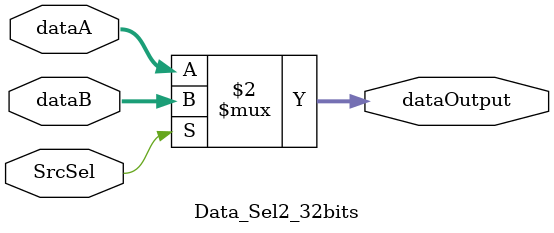
<source format=v>
`timescale 1ns / 1ps


module Data_Sel2_32bits(dataA, dataB, SrcSel, dataOutput);
    input [31:0] dataA, dataB;
    input SrcSel;
    output [31:0] dataOutput;
    assign dataOutput = (SrcSel == 0 ? dataA : dataB);
endmodule

</source>
